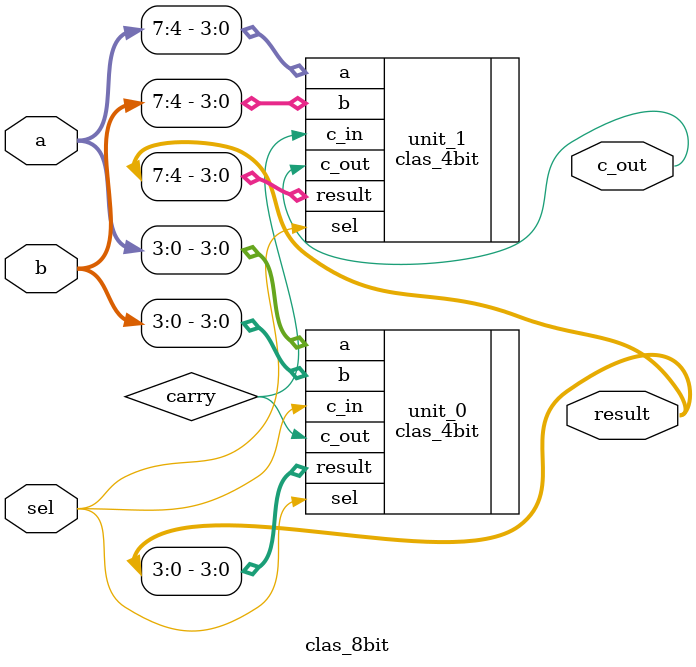
<source format=v>
module clas_8bit(sel, a, b, result, c_out);
    input sel;
    input [7:0] a,b;
    output [7:0] result;
    output c_out;

    wire carry;

    clas_4bit unit_0(
        .a(a[3:0]),
        .b(b[3:0]),
        .sel(sel),
        .result(result[3:0]),
        .c_in(sel),
        .c_out(carry)
    );

    clas_4bit unit_1(
        .a(a[7:4]),
        .b(b[7:4]),
        .sel(sel),
        .result(result[7:4]),
        .c_in(carry),
        .c_out(c_out)
    );
endmodule
</source>
